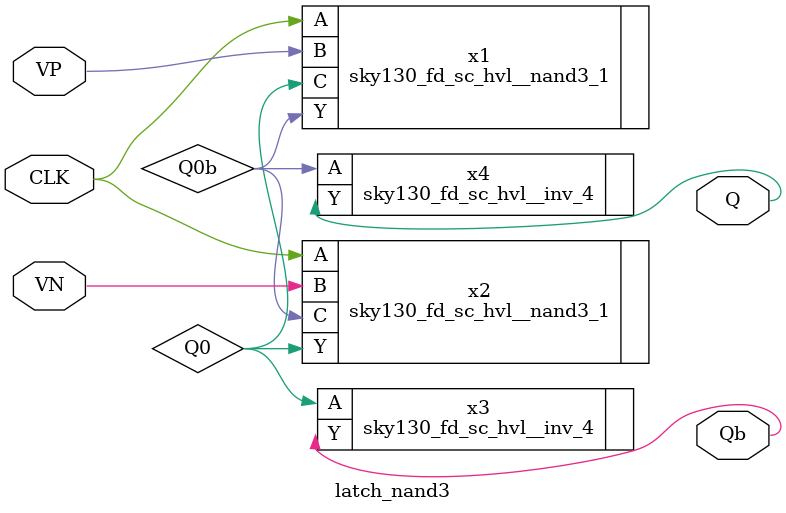
<source format=v>
/*
    An analog comparator using HVL cells
*/

module ACMP_HVL(
`ifdef USE_POWER_PINS
    input wire vccd2,	
    input wire vssd2,	
`endif
    input   wire clk,
    input   wire INP,
    input   wire INN,
    output  wire Q    
);
    wire clkb;
    wire Q1b, Q1;
    wire Q2b, Q2;
    wire Qb;

    sky130_fd_sc_hvl__inv_1 x0 (
        .Y(clkb),
        .A(clk)
    );    

    sky130_fd_sc_hvl__nor3_1 x5(
        .Y(Q),
        .A(Q1b),
        .B(Q2b),
        .C(Qb)
    );

    sky130_fd_sc_hvl__nor3_1 x6(
        .Y(Qb),
        .A(Q1),
        .B(Q2),
        .C(Q)
    );

    latch_nand3 x1 (
        .CLK(clk), 
        .VP(INP), 
        .VN(INN),
        .Q(Q1),
        .Qb(Q1b) 
    );

    latch_nor3 x2 (
        .CLK(clkb), 
        .VP(INP), 
        .VN(INN),
        .Q(Q2),
        .Qb(Q2b) 
    );

endmodule

module latch_nor3 (
    input   wire CLK, 
    input   wire VP, 
    input   wire VN,
    output  wire Q,
    output  wire Qb 
);

    sky130_fd_sc_hvl__nor3_1 x1(
        .Y(Qb),
        .A(CLK),
        .B(VP),
        .C(Q)
    );
    sky130_fd_sc_hvl__nor3_1 x2(
        .Y(Q),
        .A(CLK),
        .B(VN),
        .C(Qb)
    );
    
endmodule

module latch_nand3 (
    input   wire CLK, 
    input   wire VP, 
    input   wire VN,
    output  wire Q,
    output  wire Qb 
);
    wire Q0, Q0b;

    sky130_fd_sc_hvl__nand3_1 x1(
        .Y(Q0b),
        .A(CLK),
        .B(VP),
        .C(Q0)
    );
    sky130_fd_sc_hvl__nand3_1 x2(
        .Y(Q0),
        .A(CLK),
        .B(VN),
        .C(Q0b)
    );

    sky130_fd_sc_hvl__inv_4 x3 (
        .Y(Qb),
        .A(Q0)
    ); 

    sky130_fd_sc_hvl__inv_4 x4 (
        .Y(Q),
        .A(Q0b)
    ); 
    
endmodule
</source>
